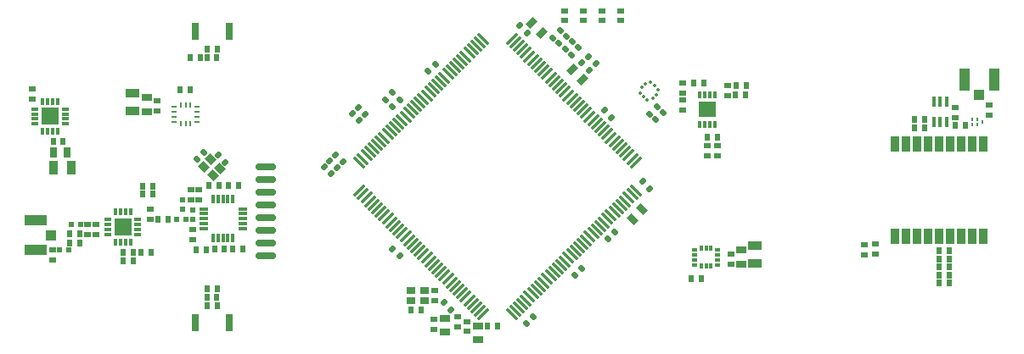
<source format=gtp>
G04*
G04 #@! TF.GenerationSoftware,Altium Limited,Altium Designer,25.7.1 (20)*
G04*
G04 Layer_Color=8421504*
%FSLAX44Y44*%
%MOMM*%
G71*
G04*
G04 #@! TF.SameCoordinates,0BC58763-356E-4A0F-A031-124E3283D0B1*
G04*
G04*
G04 #@! TF.FilePolarity,Positive*
G04*
G01*
G75*
G04:AMPARAMS|DCode=20|XSize=0.55mm|YSize=0.65mm|CornerRadius=0.055mm|HoleSize=0mm|Usage=FLASHONLY|Rotation=270.000|XOffset=0mm|YOffset=0mm|HoleType=Round|Shape=RoundedRectangle|*
%AMROUNDEDRECTD20*
21,1,0.5500,0.5400,0,0,270.0*
21,1,0.4400,0.6500,0,0,270.0*
1,1,0.1100,-0.2700,-0.2200*
1,1,0.1100,-0.2700,0.2200*
1,1,0.1100,0.2700,0.2200*
1,1,0.1100,0.2700,-0.2200*
%
%ADD20ROUNDEDRECTD20*%
%ADD21R,0.4000X1.0000*%
G04:AMPARAMS|DCode=22|XSize=0.55mm|YSize=0.65mm|CornerRadius=0.055mm|HoleSize=0mm|Usage=FLASHONLY|Rotation=0.000|XOffset=0mm|YOffset=0mm|HoleType=Round|Shape=RoundedRectangle|*
%AMROUNDEDRECTD22*
21,1,0.5500,0.5400,0,0,0.0*
21,1,0.4400,0.6500,0,0,0.0*
1,1,0.1100,0.2200,-0.2700*
1,1,0.1100,-0.2200,-0.2700*
1,1,0.1100,-0.2200,0.2700*
1,1,0.1100,0.2200,0.2700*
%
%ADD22ROUNDEDRECTD22*%
%ADD23R,0.3000X0.8000*%
%ADD24R,0.9000X1.6000*%
G04:AMPARAMS|DCode=25|XSize=0.275mm|YSize=0.25mm|CornerRadius=0mm|HoleSize=0mm|Usage=FLASHONLY|Rotation=315.000|XOffset=0mm|YOffset=0mm|HoleType=Round|Shape=Rectangle|*
%AMROTATEDRECTD25*
4,1,4,-0.1856,0.0088,-0.0088,0.1856,0.1856,-0.0088,0.0088,-0.1856,-0.1856,0.0088,0.0*
%
%ADD25ROTATEDRECTD25*%

G04:AMPARAMS|DCode=26|XSize=0.55mm|YSize=0.65mm|CornerRadius=0.055mm|HoleSize=0mm|Usage=FLASHONLY|Rotation=45.000|XOffset=0mm|YOffset=0mm|HoleType=Round|Shape=RoundedRectangle|*
%AMROUNDEDRECTD26*
21,1,0.5500,0.5400,0,0,45.0*
21,1,0.4400,0.6500,0,0,45.0*
1,1,0.1100,0.3465,-0.0354*
1,1,0.1100,0.0354,-0.3465*
1,1,0.1100,-0.3465,0.0354*
1,1,0.1100,-0.0354,0.3465*
%
%ADD26ROUNDEDRECTD26*%
G04:AMPARAMS|DCode=27|XSize=0.275mm|YSize=0.25mm|CornerRadius=0mm|HoleSize=0mm|Usage=FLASHONLY|Rotation=225.000|XOffset=0mm|YOffset=0mm|HoleType=Round|Shape=Rectangle|*
%AMROTATEDRECTD27*
4,1,4,0.0088,0.1856,0.1856,0.0088,-0.0088,-0.1856,-0.1856,-0.0088,0.0088,0.1856,0.0*
%
%ADD27ROTATEDRECTD27*%

G04:AMPARAMS|DCode=28|XSize=0.55mm|YSize=0.65mm|CornerRadius=0.055mm|HoleSize=0mm|Usage=FLASHONLY|Rotation=135.000|XOffset=0mm|YOffset=0mm|HoleType=Round|Shape=RoundedRectangle|*
%AMROUNDEDRECTD28*
21,1,0.5500,0.5400,0,0,135.0*
21,1,0.4400,0.6500,0,0,135.0*
1,1,0.1100,0.0354,0.3465*
1,1,0.1100,0.3465,0.0354*
1,1,0.1100,-0.0354,-0.3465*
1,1,0.1100,-0.3465,-0.0354*
%
%ADD28ROUNDEDRECTD28*%
G04:AMPARAMS|DCode=29|XSize=1.475mm|YSize=0.3mm|CornerRadius=0mm|HoleSize=0mm|Usage=FLASHONLY|Rotation=45.000|XOffset=0mm|YOffset=0mm|HoleType=Round|Shape=Rectangle|*
%AMROTATEDRECTD29*
4,1,4,-0.4154,-0.6276,-0.6276,-0.4154,0.4154,0.6276,0.6276,0.4154,-0.4154,-0.6276,0.0*
%
%ADD29ROTATEDRECTD29*%

G04:AMPARAMS|DCode=30|XSize=1.475mm|YSize=0.3mm|CornerRadius=0mm|HoleSize=0mm|Usage=FLASHONLY|Rotation=135.000|XOffset=0mm|YOffset=0mm|HoleType=Round|Shape=Rectangle|*
%AMROTATEDRECTD30*
4,1,4,0.6276,-0.4154,0.4154,-0.6276,-0.6276,0.4154,-0.4154,0.6276,0.6276,-0.4154,0.0*
%
%ADD30ROTATEDRECTD30*%

G04:AMPARAMS|DCode=31|XSize=0.9mm|YSize=1.4mm|CornerRadius=0.09mm|HoleSize=0mm|Usage=FLASHONLY|Rotation=270.000|XOffset=0mm|YOffset=0mm|HoleType=Round|Shape=RoundedRectangle|*
%AMROUNDEDRECTD31*
21,1,0.9000,1.2200,0,0,270.0*
21,1,0.7200,1.4000,0,0,270.0*
1,1,0.1800,-0.6100,-0.3600*
1,1,0.1800,-0.6100,0.3600*
1,1,0.1800,0.6100,0.3600*
1,1,0.1800,0.6100,-0.3600*
%
%ADD31ROUNDEDRECTD31*%
G04:AMPARAMS|DCode=32|XSize=0.7mm|YSize=1mm|CornerRadius=0.07mm|HoleSize=0mm|Usage=FLASHONLY|Rotation=270.000|XOffset=0mm|YOffset=0mm|HoleType=Round|Shape=RoundedRectangle|*
%AMROUNDEDRECTD32*
21,1,0.7000,0.8600,0,0,270.0*
21,1,0.5600,1.0000,0,0,270.0*
1,1,0.1400,-0.4300,-0.2800*
1,1,0.1400,-0.4300,0.2800*
1,1,0.1400,0.4300,0.2800*
1,1,0.1400,0.4300,-0.2800*
%
%ADD32ROUNDEDRECTD32*%
%ADD33R,0.3000X0.6000*%
%ADD34R,0.6000X0.3000*%
%ADD35R,0.2500X0.4750*%
%ADD36R,0.4750X0.2500*%
G04:AMPARAMS|DCode=37|XSize=0.7mm|YSize=1mm|CornerRadius=0.07mm|HoleSize=0mm|Usage=FLASHONLY|Rotation=180.000|XOffset=0mm|YOffset=0mm|HoleType=Round|Shape=RoundedRectangle|*
%AMROUNDEDRECTD37*
21,1,0.7000,0.8600,0,0,180.0*
21,1,0.5600,1.0000,0,0,180.0*
1,1,0.1400,-0.2800,0.4300*
1,1,0.1400,0.2800,0.4300*
1,1,0.1400,0.2800,-0.4300*
1,1,0.1400,-0.2800,-0.4300*
%
%ADD37ROUNDEDRECTD37*%
G04:AMPARAMS|DCode=38|XSize=0.9mm|YSize=1.4mm|CornerRadius=0.09mm|HoleSize=0mm|Usage=FLASHONLY|Rotation=180.000|XOffset=0mm|YOffset=0mm|HoleType=Round|Shape=RoundedRectangle|*
%AMROUNDEDRECTD38*
21,1,0.9000,1.2200,0,0,180.0*
21,1,0.7200,1.4000,0,0,180.0*
1,1,0.1800,-0.3600,0.6100*
1,1,0.1800,0.3600,0.6100*
1,1,0.1800,0.3600,-0.6100*
1,1,0.1800,-0.3600,-0.6100*
%
%ADD38ROUNDEDRECTD38*%
G04:AMPARAMS|DCode=39|XSize=0.7mm|YSize=2mm|CornerRadius=0.175mm|HoleSize=0mm|Usage=FLASHONLY|Rotation=90.000|XOffset=0mm|YOffset=0mm|HoleType=Round|Shape=RoundedRectangle|*
%AMROUNDEDRECTD39*
21,1,0.7000,1.6500,0,0,90.0*
21,1,0.3500,2.0000,0,0,90.0*
1,1,0.3500,0.8250,0.1750*
1,1,0.3500,0.8250,-0.1750*
1,1,0.3500,-0.8250,-0.1750*
1,1,0.3500,-0.8250,0.1750*
%
%ADD39ROUNDEDRECTD39*%
%ADD40R,0.3000X0.8500*%
%ADD41R,0.8500X0.3000*%
%ADD42R,2.2000X1.0500*%
%ADD43R,0.8000X0.3000*%
%ADD44R,1.8000X1.8000*%
%ADD45R,1.7500X1.7500*%
%ADD46R,0.8000X1.7000*%
G04:AMPARAMS|DCode=47|XSize=0.875mm|YSize=0.775mm|CornerRadius=0mm|HoleSize=0mm|Usage=FLASHONLY|Rotation=135.000|XOffset=0mm|YOffset=0mm|HoleType=Round|Shape=Rectangle|*
%AMROTATEDRECTD47*
4,1,4,0.5834,-0.0354,0.0354,-0.5834,-0.5834,0.0354,-0.0354,0.5834,0.5834,-0.0354,0.0*
%
%ADD47ROTATEDRECTD47*%

G04:AMPARAMS|DCode=48|XSize=0.7mm|YSize=1mm|CornerRadius=0.07mm|HoleSize=0mm|Usage=FLASHONLY|Rotation=45.000|XOffset=0mm|YOffset=0mm|HoleType=Round|Shape=RoundedRectangle|*
%AMROUNDEDRECTD48*
21,1,0.7000,0.8600,0,0,45.0*
21,1,0.5600,1.0000,0,0,45.0*
1,1,0.1400,0.5021,-0.1061*
1,1,0.1400,0.1061,-0.5021*
1,1,0.1400,-0.5021,0.1061*
1,1,0.1400,-0.1061,0.5021*
%
%ADD48ROUNDEDRECTD48*%
G04:AMPARAMS|DCode=49|XSize=0.7mm|YSize=1mm|CornerRadius=0.07mm|HoleSize=0mm|Usage=FLASHONLY|Rotation=135.000|XOffset=0mm|YOffset=0mm|HoleType=Round|Shape=RoundedRectangle|*
%AMROUNDEDRECTD49*
21,1,0.7000,0.8600,0,0,135.0*
21,1,0.5600,1.0000,0,0,135.0*
1,1,0.1400,0.1061,0.5021*
1,1,0.1400,0.5021,0.1061*
1,1,0.1400,-0.1061,-0.5021*
1,1,0.1400,-0.5021,-0.1061*
%
%ADD49ROUNDEDRECTD49*%
%ADD50R,0.7000X0.6000*%
%ADD51R,1.7500X1.5500*%
%ADD52R,0.2500X0.3250*%
%ADD53R,1.0500X2.2000*%
%ADD54R,1.0000X1.0500*%
%ADD55R,0.8500X0.7500*%
%ADD56R,0.5000X0.5000*%
%ADD57R,0.5000X0.5000*%
%ADD58R,1.0500X1.0000*%
D20*
X134257Y75934D02*
D03*
X134256Y65929D02*
D03*
X658551Y77028D02*
D03*
X658301Y94278D02*
D03*
X706526Y-86992D02*
D03*
X9801Y87778D02*
D03*
X409871Y-152413D02*
D03*
X169758Y-52547D02*
D03*
X9800Y77774D02*
D03*
X29800Y-82976D02*
D03*
X64800Y-57476D02*
D03*
X73050Y-57476D02*
D03*
X126950Y-32024D02*
D03*
X169757Y-62551D02*
D03*
X167841Y-12774D02*
D03*
X175591Y-12774D02*
D03*
X443050Y-154476D02*
D03*
X433522Y-149431D02*
D03*
X410927Y-123215D02*
D03*
X706527Y-76987D02*
D03*
X839450Y-67524D02*
D03*
X850000Y-67250D02*
D03*
X930070Y69120D02*
D03*
X963949Y61972D02*
D03*
X963950Y71976D02*
D03*
X930069Y59116D02*
D03*
X849999Y-77254D02*
D03*
X839449Y-77528D02*
D03*
X703251Y91504D02*
D03*
X703250Y81500D02*
D03*
X658300Y84274D02*
D03*
X658550Y67024D02*
D03*
X682450Y31476D02*
D03*
X682449Y21472D02*
D03*
X692700Y31476D02*
D03*
X692699Y21472D02*
D03*
X410925Y-113210D02*
D03*
X433523Y-139426D02*
D03*
X409872Y-142408D02*
D03*
X443051Y-144472D02*
D03*
X175590Y-22778D02*
D03*
X167840Y-22778D02*
D03*
X126949Y-42028D02*
D03*
X73051Y-47472D02*
D03*
X64801Y-47472D02*
D03*
X29801Y-72972D02*
D03*
D21*
X921500Y75000D02*
D03*
X908500Y55000D02*
D03*
Y75000D02*
D03*
X915000D02*
D03*
X921500Y55000D02*
D03*
X915000D02*
D03*
D22*
X679457Y93891D02*
D03*
X899208Y57299D02*
D03*
X899208Y49299D02*
D03*
X913972Y-89949D02*
D03*
X913811Y-106033D02*
D03*
Y-98033D02*
D03*
X676425Y-101201D02*
D03*
X166972Y119301D02*
D03*
X167178Y87277D02*
D03*
X30398Y35321D02*
D03*
X205204Y-8828D02*
D03*
X201353Y-72095D02*
D03*
X473808Y-148722D02*
D03*
X118406Y-75126D02*
D03*
X193778Y-111551D02*
D03*
X110278Y-75051D02*
D03*
X110211Y-83374D02*
D03*
X923815Y-98034D02*
D03*
X215208Y-8829D02*
D03*
X40402Y35320D02*
D03*
X56974Y-56551D02*
D03*
X56724Y-65801D02*
D03*
X100207Y-83373D02*
D03*
X128411Y-75127D02*
D03*
X193778Y-128250D02*
D03*
X193726Y-119950D02*
D03*
X183226Y-72450D02*
D03*
X191348Y-72094D02*
D03*
X219726Y-72200D02*
D03*
X157174Y87278D02*
D03*
X193778Y127750D02*
D03*
X193726Y119300D02*
D03*
X397505Y-132703D02*
D03*
X666421Y-101200D02*
D03*
X669452Y93893D02*
D03*
X923815Y-106034D02*
D03*
X913792Y-81699D02*
D03*
Y-73699D02*
D03*
X889203Y49300D02*
D03*
Y57300D02*
D03*
X100274Y-75050D02*
D03*
X940028Y51949D02*
D03*
X930024Y51950D02*
D03*
X923797Y-73700D02*
D03*
Y-81700D02*
D03*
X923976Y-89950D02*
D03*
X711274Y91700D02*
D03*
X721278Y91699D02*
D03*
X711024Y81950D02*
D03*
X721028Y81949D02*
D03*
X682524Y39950D02*
D03*
X692528Y39949D02*
D03*
X387501Y-132704D02*
D03*
X463804Y-148721D02*
D03*
X183722Y119301D02*
D03*
X183774Y127750D02*
D03*
X176976Y119300D02*
D03*
X209722Y-72199D02*
D03*
X185945Y-8721D02*
D03*
X195949Y-8722D02*
D03*
X173222Y-72449D02*
D03*
X183774Y-111550D02*
D03*
X183722Y-119949D02*
D03*
X183774Y-128250D02*
D03*
X129908Y-16888D02*
D03*
X119904Y-16887D02*
D03*
Y-9266D02*
D03*
X129908Y-9268D02*
D03*
X135274Y-42300D02*
D03*
X145278Y-42301D02*
D03*
X46720Y-65800D02*
D03*
X46970Y-56550D02*
D03*
D23*
X680000Y82500D02*
D03*
X20074Y75608D02*
D03*
X30074Y45608D02*
D03*
X107500Y-65000D02*
D03*
X35074Y45608D02*
D03*
X25074D02*
D03*
X20074Y45608D02*
D03*
X97500Y-35000D02*
D03*
X92500D02*
D03*
X102500Y-65000D02*
D03*
X680000Y52500D02*
D03*
X690000Y82500D02*
D03*
X685000Y82500D02*
D03*
X675000Y82500D02*
D03*
Y52500D02*
D03*
X685000Y52500D02*
D03*
X690000Y52500D02*
D03*
X97500Y-65000D02*
D03*
X92500Y-65000D02*
D03*
X102500Y-35000D02*
D03*
X107500Y-35000D02*
D03*
X35074Y75608D02*
D03*
X30074Y75608D02*
D03*
X25074D02*
D03*
D24*
X913538Y33000D02*
D03*
X957538D02*
D03*
X935538D02*
D03*
X869538Y-59000D02*
D03*
X880538D02*
D03*
X891538D02*
D03*
X902538D02*
D03*
X913538D02*
D03*
X924538D02*
D03*
X935538D02*
D03*
X946538D02*
D03*
X957538D02*
D03*
X946538Y33000D02*
D03*
X924538D02*
D03*
X902538D02*
D03*
X891538D02*
D03*
X880538D02*
D03*
X869538D02*
D03*
D25*
X628128Y78587D02*
D03*
X620872Y92913D02*
D03*
X617337Y89377D02*
D03*
X631663Y82122D02*
D03*
D26*
X632560Y70094D02*
D03*
X638298Y64560D02*
D03*
X590594Y-54966D02*
D03*
X557515Y-91356D02*
D03*
X509124Y-139587D02*
D03*
X404435Y105550D02*
D03*
X361479Y77225D02*
D03*
X368825Y70218D02*
D03*
X375900Y77291D02*
D03*
X411509Y112624D02*
D03*
X180733Y24804D02*
D03*
X502049Y-146661D02*
D03*
X550440Y-98429D02*
D03*
X583520Y-62040D02*
D03*
X631223Y57487D02*
D03*
X625485Y63021D02*
D03*
X528786Y139223D02*
D03*
X535861Y146296D02*
D03*
X534921Y133484D02*
D03*
X541996Y140557D02*
D03*
X541041Y128116D02*
D03*
X548116Y135189D02*
D03*
X546839Y122157D02*
D03*
X553913Y129230D02*
D03*
X173658Y17731D02*
D03*
X368554Y84299D02*
D03*
D27*
X622647Y76826D02*
D03*
X626353Y94674D02*
D03*
X615576Y83897D02*
D03*
X619112Y80362D02*
D03*
X633424Y87603D02*
D03*
X629888Y91138D02*
D03*
D28*
X571554Y113267D02*
D03*
X580342Y66591D02*
D03*
X618481Y-4408D02*
D03*
X495908Y151385D02*
D03*
X334596Y69479D02*
D03*
X319339Y14867D02*
D03*
X306356Y16087D02*
D03*
X376088Y-78929D02*
D03*
X420180Y-125402D02*
D03*
X369015Y-71855D02*
D03*
X300446Y10233D02*
D03*
X312265Y21941D02*
D03*
X328849Y63831D02*
D03*
X195027Y21815D02*
D03*
X427253Y-132477D02*
D03*
X625554Y-11483D02*
D03*
X587415Y59517D02*
D03*
X564804Y107017D02*
D03*
X502981Y144310D02*
D03*
X564481Y120342D02*
D03*
X557731Y114092D02*
D03*
X202101Y14740D02*
D03*
X341670Y62404D02*
D03*
X335922Y56756D02*
D03*
X307519Y3158D02*
D03*
X313429Y9013D02*
D03*
D29*
X572472Y53448D02*
D03*
X487619Y138301D02*
D03*
X353439Y-31235D02*
D03*
X392330Y-70126D02*
D03*
X438292Y-116088D02*
D03*
X576008Y49913D02*
D03*
X491155Y134765D02*
D03*
X537117Y88804D02*
D03*
X388794Y-66590D02*
D03*
X441827Y-119623D02*
D03*
X494690Y131230D02*
D03*
X498226Y127694D02*
D03*
X501762Y124159D02*
D03*
X505297Y120623D02*
D03*
X508833Y117088D02*
D03*
X512368Y113552D02*
D03*
X515904Y110017D02*
D03*
X519439Y106481D02*
D03*
X522975Y102946D02*
D03*
X526510Y99410D02*
D03*
X530046Y95875D02*
D03*
X533581Y92339D02*
D03*
X540652Y85268D02*
D03*
X544188Y81732D02*
D03*
X547723Y78197D02*
D03*
X551259Y74661D02*
D03*
X554794Y71126D02*
D03*
X558330Y67590D02*
D03*
X561866Y64055D02*
D03*
X565401Y60519D02*
D03*
X568937Y56984D02*
D03*
X579543Y46377D02*
D03*
X583079Y42842D02*
D03*
X586614Y39306D02*
D03*
X590150Y35770D02*
D03*
X593685Y32235D02*
D03*
X597221Y28699D02*
D03*
X600756Y25164D02*
D03*
X604292Y21628D02*
D03*
X607827Y18093D02*
D03*
X611363Y14557D02*
D03*
X459505Y-137301D02*
D03*
X455969Y-133765D02*
D03*
X452434Y-130230D02*
D03*
X448898Y-126694D02*
D03*
X445363Y-123159D02*
D03*
X434756Y-112552D02*
D03*
X431221Y-109017D02*
D03*
X427685Y-105481D02*
D03*
X424149Y-101946D02*
D03*
X420614Y-98410D02*
D03*
X417078Y-94875D02*
D03*
X413543Y-91339D02*
D03*
X410007Y-87803D02*
D03*
X406472Y-84268D02*
D03*
X402936Y-80732D02*
D03*
X399401Y-77197D02*
D03*
X395865Y-73661D02*
D03*
X385258Y-63055D02*
D03*
X381723Y-59519D02*
D03*
X378187Y-55984D02*
D03*
X374652Y-52448D02*
D03*
X371116Y-48913D02*
D03*
X367581Y-45377D02*
D03*
X364045Y-41842D02*
D03*
X360510Y-38306D02*
D03*
X356974Y-34771D02*
D03*
X349903Y-27699D02*
D03*
X346368Y-24164D02*
D03*
X342832Y-20628D02*
D03*
X339297Y-17093D02*
D03*
X335761Y-13557D02*
D03*
D30*
X611363D02*
D03*
X576008Y-48913D02*
D03*
X540652Y-84268D02*
D03*
X417078Y95875D02*
D03*
X381723Y60519D02*
D03*
X335761Y14557D02*
D03*
X494690Y-130230D02*
D03*
X572472Y-52448D02*
D03*
X420614Y99410D02*
D03*
X385258Y64055D02*
D03*
X537117Y-87803D02*
D03*
X491155Y-133765D02*
D03*
X339297Y18093D02*
D03*
X342832Y21628D02*
D03*
X346368Y25164D02*
D03*
X349903Y28699D02*
D03*
X353439Y32235D02*
D03*
X356974Y35770D02*
D03*
X360510Y39306D02*
D03*
X364045Y42842D02*
D03*
X367581Y46377D02*
D03*
X371116Y49913D02*
D03*
X374652Y53448D02*
D03*
X378187Y56984D02*
D03*
X388794Y67590D02*
D03*
X392330Y71126D02*
D03*
X395865Y74661D02*
D03*
X399401Y78197D02*
D03*
X402936Y81732D02*
D03*
X406472Y85268D02*
D03*
X410007Y88804D02*
D03*
X413543Y92339D02*
D03*
X424149Y102946D02*
D03*
X427685Y106481D02*
D03*
X431221Y110017D02*
D03*
X434756Y113552D02*
D03*
X438292Y117088D02*
D03*
X441827Y120623D02*
D03*
X445363Y124159D02*
D03*
X448898Y127694D02*
D03*
X452434Y131230D02*
D03*
X455969Y134765D02*
D03*
X459505Y138301D02*
D03*
X607827Y-17093D02*
D03*
X604292Y-20628D02*
D03*
X600756Y-24164D02*
D03*
X597221Y-27699D02*
D03*
X593685Y-31235D02*
D03*
X590150Y-34771D02*
D03*
X586614Y-38306D02*
D03*
X583079Y-41842D02*
D03*
X579543Y-45377D02*
D03*
X568937Y-55984D02*
D03*
X565401Y-59519D02*
D03*
X561866Y-63055D02*
D03*
X558330Y-66590D02*
D03*
X554794Y-70126D02*
D03*
X544188Y-80732D02*
D03*
X533581Y-91339D02*
D03*
X530046Y-94875D02*
D03*
X526510Y-98410D02*
D03*
X522975Y-101946D02*
D03*
X519439Y-105481D02*
D03*
X515904Y-109017D02*
D03*
X512368Y-112552D02*
D03*
X508833Y-116088D02*
D03*
X501762Y-123159D02*
D03*
X498226Y-126694D02*
D03*
X487619Y-137301D02*
D03*
X505297Y-119623D02*
D03*
X551259Y-73661D02*
D03*
X547723Y-77197D02*
D03*
D31*
X730321Y-86283D02*
D03*
X109714Y65930D02*
D03*
X109714Y83930D02*
D03*
X730321Y-68283D02*
D03*
D32*
X716962Y-86818D02*
D03*
X123714Y65430D02*
D03*
X123714Y79430D02*
D03*
X454250Y-162750D02*
D03*
X421000Y-155000D02*
D03*
X716962Y-72818D02*
D03*
X421000Y-141000D02*
D03*
X454250Y-148750D02*
D03*
D33*
X676492Y-89188D02*
D03*
X681492D02*
D03*
X686492D02*
D03*
X676492Y-71188D02*
D03*
X681492D02*
D03*
X686492D02*
D03*
D34*
X692992Y-87688D02*
D03*
Y-72688D02*
D03*
Y-77688D02*
D03*
X669992D02*
D03*
Y-82688D02*
D03*
X692992D02*
D03*
X669992Y-87688D02*
D03*
Y-72688D02*
D03*
D35*
X167500Y71620D02*
D03*
X162500D02*
D03*
X157500D02*
D03*
Y53380D02*
D03*
X162500D02*
D03*
X167500D02*
D03*
D36*
X150870Y70000D02*
D03*
X174130Y55000D02*
D03*
Y60000D02*
D03*
Y65000D02*
D03*
Y70000D02*
D03*
X150870Y65000D02*
D03*
Y60000D02*
D03*
Y55000D02*
D03*
D37*
X30500Y24500D02*
D03*
X44500D02*
D03*
D38*
X30467Y9436D02*
D03*
X48467Y9436D02*
D03*
D39*
X242750Y-78600D02*
D03*
Y-65900D02*
D03*
Y-2400D02*
D03*
Y-53200D02*
D03*
Y-40500D02*
D03*
Y-27800D02*
D03*
Y-15100D02*
D03*
Y10300D02*
D03*
D40*
X204750Y-22250D02*
D03*
X199750Y-61250D02*
D03*
X209750D02*
D03*
X194750D02*
D03*
X199750Y-22250D02*
D03*
X209750D02*
D03*
X194750D02*
D03*
X189750D02*
D03*
Y-61250D02*
D03*
X204750D02*
D03*
D41*
X180250Y-51750D02*
D03*
Y-46750D02*
D03*
X219250Y-51750D02*
D03*
Y-46750D02*
D03*
Y-41750D02*
D03*
Y-36750D02*
D03*
Y-31750D02*
D03*
X180250D02*
D03*
Y-36750D02*
D03*
Y-41750D02*
D03*
D42*
X12750Y-73000D02*
D03*
Y-43500D02*
D03*
D43*
X42574Y68108D02*
D03*
X12574D02*
D03*
X12574Y63108D02*
D03*
Y58108D02*
D03*
X12574Y53108D02*
D03*
X115000Y-47500D02*
D03*
Y-52500D02*
D03*
X85000Y-42500D02*
D03*
X85000Y-52500D02*
D03*
X115000Y-57500D02*
D03*
X85000D02*
D03*
X115000Y-42500D02*
D03*
X85000Y-47500D02*
D03*
X42574Y53108D02*
D03*
Y58108D02*
D03*
Y63108D02*
D03*
D44*
X27574Y60608D02*
D03*
D45*
X100000Y-50000D02*
D03*
D46*
X205750Y-145500D02*
D03*
Y145500D02*
D03*
X171750D02*
D03*
Y-145500D02*
D03*
D47*
X187621Y17441D02*
D03*
X189743Y1545D02*
D03*
X180734Y10553D02*
D03*
X196630Y8432D02*
D03*
D48*
X607800Y-42450D02*
D03*
X617700Y-32550D02*
D03*
D49*
X558200Y97800D02*
D03*
X507550Y154200D02*
D03*
X517450Y144300D02*
D03*
X548300Y107700D02*
D03*
D50*
X596750Y165750D02*
D03*
X578083D02*
D03*
X559417D02*
D03*
X540750D02*
D03*
Y156250D02*
D03*
X559417D02*
D03*
X578083D02*
D03*
X596750D02*
D03*
D51*
X682500Y67500D02*
D03*
D52*
X952000Y52120D02*
D03*
X947000Y57880D02*
D03*
X952000D02*
D03*
X957000Y55000D02*
D03*
X947000Y52120D02*
D03*
D53*
X939250Y97000D02*
D03*
X968750D02*
D03*
D54*
X954000Y81750D02*
D03*
D55*
X387126Y-112998D02*
D03*
X400626D02*
D03*
Y-123498D02*
D03*
X387126D02*
D03*
D56*
X169250Y-33000D02*
D03*
Y-42000D02*
D03*
X159500Y-23000D02*
D03*
Y-32000D02*
D03*
D57*
X153500Y-42000D02*
D03*
X162500D02*
D03*
X36750Y-72750D02*
D03*
X45750D02*
D03*
X48500Y-47500D02*
D03*
X57500D02*
D03*
D58*
X28000Y-58250D02*
D03*
M02*

</source>
